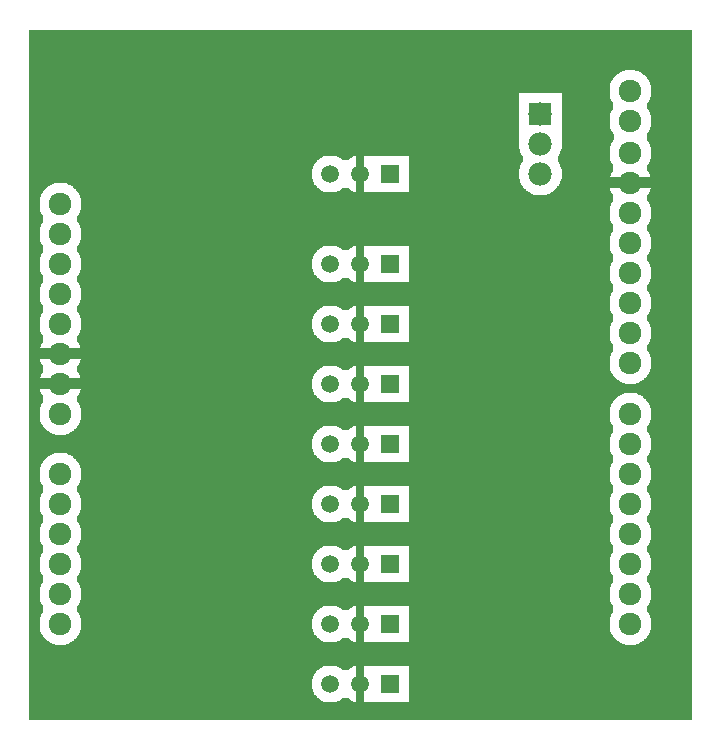
<source format=gtl>
G04 MADE WITH FRITZING*
G04 WWW.FRITZING.ORG*
G04 DOUBLE SIDED*
G04 HOLES PLATED*
G04 CONTOUR ON CENTER OF CONTOUR VECTOR*
%ASAXBY*%
%FSLAX23Y23*%
%MOIN*%
%OFA0B0*%
%SFA1.0B1.0*%
%ADD10C,0.075000*%
%ADD11C,0.075833*%
%ADD12C,0.059000*%
%ADD13C,0.078000*%
%ADD14R,0.059000X0.059000*%
%ADD15R,0.078000X0.078000*%
%LNCOPPER1*%
G90*
G70*
G54D10*
X127Y2262D03*
G54D11*
X2049Y2140D03*
X2049Y2040D03*
X2049Y1933D03*
X2049Y1833D03*
X2049Y1733D03*
X2049Y1633D03*
X2049Y1533D03*
X2049Y1433D03*
X2049Y1333D03*
X2049Y1233D03*
X2049Y1063D03*
X2049Y963D03*
X2049Y863D03*
X2049Y763D03*
X2049Y663D03*
X2049Y563D03*
X2049Y463D03*
X2049Y363D03*
X149Y1763D03*
X149Y1663D03*
X149Y1563D03*
X149Y1463D03*
X149Y1363D03*
X149Y1263D03*
X149Y1163D03*
X149Y1063D03*
X149Y863D03*
X149Y763D03*
X149Y663D03*
X149Y563D03*
X149Y463D03*
X149Y363D03*
G54D12*
X1249Y163D03*
X1149Y163D03*
X1049Y163D03*
X1249Y363D03*
X1149Y363D03*
X1049Y363D03*
X1249Y563D03*
X1149Y563D03*
X1049Y563D03*
X1249Y763D03*
X1149Y763D03*
X1049Y763D03*
X1249Y963D03*
X1149Y963D03*
X1049Y963D03*
X1249Y1163D03*
X1149Y1163D03*
X1049Y1163D03*
X1249Y1863D03*
X1149Y1863D03*
X1049Y1863D03*
X1249Y1363D03*
X1149Y1363D03*
X1049Y1363D03*
X1249Y1563D03*
X1149Y1563D03*
X1049Y1563D03*
G54D13*
X1749Y2063D03*
X1749Y1963D03*
X1749Y1863D03*
G54D14*
X1249Y163D03*
X1249Y363D03*
X1249Y563D03*
X1249Y763D03*
X1249Y963D03*
X1249Y1163D03*
X1249Y1863D03*
X1249Y1363D03*
X1249Y1563D03*
G54D15*
X1749Y2063D03*
G36*
X44Y2344D02*
X44Y2210D01*
X2066Y2210D01*
X2066Y2208D01*
X2072Y2208D01*
X2072Y2206D01*
X2078Y2206D01*
X2078Y2204D01*
X2082Y2204D01*
X2082Y2202D01*
X2084Y2202D01*
X2084Y2200D01*
X2088Y2200D01*
X2088Y2198D01*
X2090Y2198D01*
X2090Y2196D01*
X2092Y2196D01*
X2092Y2194D01*
X2096Y2194D01*
X2096Y2192D01*
X2098Y2192D01*
X2098Y2190D01*
X2100Y2190D01*
X2100Y2188D01*
X2102Y2188D01*
X2102Y2186D01*
X2104Y2186D01*
X2104Y2182D01*
X2106Y2182D01*
X2106Y2180D01*
X2108Y2180D01*
X2108Y2178D01*
X2110Y2178D01*
X2110Y2174D01*
X2112Y2174D01*
X2112Y2170D01*
X2114Y2170D01*
X2114Y2166D01*
X2116Y2166D01*
X2116Y2160D01*
X2118Y2160D01*
X2118Y2120D01*
X2116Y2120D01*
X2116Y2114D01*
X2114Y2114D01*
X2114Y2110D01*
X2112Y2110D01*
X2112Y2106D01*
X2110Y2106D01*
X2110Y2104D01*
X2108Y2104D01*
X2108Y2100D01*
X2106Y2100D01*
X2106Y2080D01*
X2108Y2080D01*
X2108Y2078D01*
X2110Y2078D01*
X2110Y2074D01*
X2112Y2074D01*
X2112Y2070D01*
X2114Y2070D01*
X2114Y2066D01*
X2116Y2066D01*
X2116Y2060D01*
X2118Y2060D01*
X2118Y2020D01*
X2116Y2020D01*
X2116Y2014D01*
X2114Y2014D01*
X2114Y2010D01*
X2112Y2010D01*
X2112Y2006D01*
X2110Y2006D01*
X2110Y2004D01*
X2108Y2004D01*
X2108Y2000D01*
X2106Y2000D01*
X2106Y1998D01*
X2104Y1998D01*
X2104Y1976D01*
X2106Y1976D01*
X2106Y1974D01*
X2108Y1974D01*
X2108Y1970D01*
X2110Y1970D01*
X2110Y1966D01*
X2112Y1966D01*
X2112Y1964D01*
X2114Y1964D01*
X2114Y1958D01*
X2116Y1958D01*
X2116Y1954D01*
X2118Y1954D01*
X2118Y1914D01*
X2116Y1914D01*
X2116Y1908D01*
X2114Y1908D01*
X2114Y1904D01*
X2112Y1904D01*
X2112Y1900D01*
X2110Y1900D01*
X2110Y1896D01*
X2108Y1896D01*
X2108Y1894D01*
X2106Y1894D01*
X2106Y1874D01*
X2108Y1874D01*
X2108Y1870D01*
X2110Y1870D01*
X2110Y1866D01*
X2112Y1866D01*
X2112Y1864D01*
X2114Y1864D01*
X2114Y1858D01*
X2116Y1858D01*
X2116Y1854D01*
X2118Y1854D01*
X2118Y1814D01*
X2116Y1814D01*
X2116Y1808D01*
X2114Y1808D01*
X2114Y1804D01*
X2112Y1804D01*
X2112Y1800D01*
X2110Y1800D01*
X2110Y1796D01*
X2108Y1796D01*
X2108Y1794D01*
X2106Y1794D01*
X2106Y1774D01*
X2108Y1774D01*
X2108Y1770D01*
X2110Y1770D01*
X2110Y1766D01*
X2112Y1766D01*
X2112Y1764D01*
X2114Y1764D01*
X2114Y1758D01*
X2116Y1758D01*
X2116Y1754D01*
X2118Y1754D01*
X2118Y1714D01*
X2116Y1714D01*
X2116Y1708D01*
X2114Y1708D01*
X2114Y1704D01*
X2112Y1704D01*
X2112Y1700D01*
X2110Y1700D01*
X2110Y1696D01*
X2108Y1696D01*
X2108Y1694D01*
X2106Y1694D01*
X2106Y1674D01*
X2108Y1674D01*
X2108Y1670D01*
X2110Y1670D01*
X2110Y1666D01*
X2112Y1666D01*
X2112Y1664D01*
X2114Y1664D01*
X2114Y1658D01*
X2116Y1658D01*
X2116Y1654D01*
X2118Y1654D01*
X2118Y1614D01*
X2116Y1614D01*
X2116Y1608D01*
X2114Y1608D01*
X2114Y1604D01*
X2112Y1604D01*
X2112Y1600D01*
X2110Y1600D01*
X2110Y1596D01*
X2108Y1596D01*
X2108Y1594D01*
X2106Y1594D01*
X2106Y1574D01*
X2108Y1574D01*
X2108Y1570D01*
X2110Y1570D01*
X2110Y1566D01*
X2112Y1566D01*
X2112Y1564D01*
X2114Y1564D01*
X2114Y1558D01*
X2116Y1558D01*
X2116Y1554D01*
X2118Y1554D01*
X2118Y1514D01*
X2116Y1514D01*
X2116Y1508D01*
X2114Y1508D01*
X2114Y1504D01*
X2112Y1504D01*
X2112Y1500D01*
X2110Y1500D01*
X2110Y1496D01*
X2108Y1496D01*
X2108Y1494D01*
X2106Y1494D01*
X2106Y1474D01*
X2108Y1474D01*
X2108Y1470D01*
X2110Y1470D01*
X2110Y1466D01*
X2112Y1466D01*
X2112Y1464D01*
X2114Y1464D01*
X2114Y1458D01*
X2116Y1458D01*
X2116Y1454D01*
X2118Y1454D01*
X2118Y1414D01*
X2116Y1414D01*
X2116Y1408D01*
X2114Y1408D01*
X2114Y1404D01*
X2112Y1404D01*
X2112Y1400D01*
X2110Y1400D01*
X2110Y1396D01*
X2108Y1396D01*
X2108Y1394D01*
X2106Y1394D01*
X2106Y1374D01*
X2108Y1374D01*
X2108Y1370D01*
X2110Y1370D01*
X2110Y1366D01*
X2112Y1366D01*
X2112Y1364D01*
X2114Y1364D01*
X2114Y1358D01*
X2116Y1358D01*
X2116Y1354D01*
X2118Y1354D01*
X2118Y1314D01*
X2116Y1314D01*
X2116Y1308D01*
X2114Y1308D01*
X2114Y1304D01*
X2112Y1304D01*
X2112Y1300D01*
X2110Y1300D01*
X2110Y1296D01*
X2108Y1296D01*
X2108Y1294D01*
X2106Y1294D01*
X2106Y1274D01*
X2108Y1274D01*
X2108Y1270D01*
X2110Y1270D01*
X2110Y1266D01*
X2112Y1266D01*
X2112Y1264D01*
X2114Y1264D01*
X2114Y1258D01*
X2116Y1258D01*
X2116Y1254D01*
X2118Y1254D01*
X2118Y1214D01*
X2116Y1214D01*
X2116Y1208D01*
X2114Y1208D01*
X2114Y1204D01*
X2112Y1204D01*
X2112Y1200D01*
X2110Y1200D01*
X2110Y1196D01*
X2108Y1196D01*
X2108Y1194D01*
X2106Y1194D01*
X2106Y1190D01*
X2104Y1190D01*
X2104Y1188D01*
X2102Y1188D01*
X2102Y1186D01*
X2100Y1186D01*
X2100Y1184D01*
X2098Y1184D01*
X2098Y1182D01*
X2096Y1182D01*
X2096Y1180D01*
X2094Y1180D01*
X2094Y1178D01*
X2092Y1178D01*
X2092Y1176D01*
X2088Y1176D01*
X2088Y1174D01*
X2086Y1174D01*
X2086Y1172D01*
X2082Y1172D01*
X2082Y1170D01*
X2078Y1170D01*
X2078Y1168D01*
X2074Y1168D01*
X2074Y1166D01*
X2068Y1166D01*
X2068Y1164D01*
X2254Y1164D01*
X2254Y2344D01*
X44Y2344D01*
G37*
D02*
G36*
X44Y2210D02*
X44Y2134D01*
X1820Y2134D01*
X1820Y1946D01*
X1818Y1946D01*
X1818Y1940D01*
X1816Y1940D01*
X1816Y1934D01*
X1814Y1934D01*
X1814Y1930D01*
X1812Y1930D01*
X1812Y1928D01*
X1810Y1928D01*
X1810Y1924D01*
X1808Y1924D01*
X1808Y1902D01*
X1810Y1902D01*
X1810Y1900D01*
X1812Y1900D01*
X1812Y1896D01*
X1814Y1896D01*
X1814Y1892D01*
X1816Y1892D01*
X1816Y1886D01*
X1818Y1886D01*
X1818Y1880D01*
X1820Y1880D01*
X1820Y1846D01*
X1818Y1846D01*
X1818Y1840D01*
X1816Y1840D01*
X1816Y1834D01*
X1814Y1834D01*
X1814Y1830D01*
X1812Y1830D01*
X1812Y1828D01*
X1810Y1828D01*
X1810Y1824D01*
X1808Y1824D01*
X1808Y1822D01*
X1806Y1822D01*
X1806Y1818D01*
X1804Y1818D01*
X1804Y1816D01*
X1802Y1816D01*
X1802Y1814D01*
X1800Y1814D01*
X1800Y1812D01*
X1798Y1812D01*
X1798Y1810D01*
X1796Y1810D01*
X1796Y1808D01*
X1794Y1808D01*
X1794Y1806D01*
X1790Y1806D01*
X1790Y1804D01*
X1788Y1804D01*
X1788Y1802D01*
X1784Y1802D01*
X1784Y1800D01*
X1782Y1800D01*
X1782Y1798D01*
X1776Y1798D01*
X1776Y1796D01*
X1772Y1796D01*
X1772Y1794D01*
X1764Y1794D01*
X1764Y1792D01*
X1992Y1792D01*
X1992Y1794D01*
X1990Y1794D01*
X1990Y1796D01*
X1988Y1796D01*
X1988Y1800D01*
X1986Y1800D01*
X1986Y1804D01*
X1984Y1804D01*
X1984Y1808D01*
X1982Y1808D01*
X1982Y1814D01*
X1980Y1814D01*
X1980Y1854D01*
X1982Y1854D01*
X1982Y1858D01*
X1984Y1858D01*
X1984Y1864D01*
X1986Y1864D01*
X1986Y1866D01*
X1988Y1866D01*
X1988Y1870D01*
X1990Y1870D01*
X1990Y1874D01*
X1992Y1874D01*
X1992Y1894D01*
X1990Y1894D01*
X1990Y1896D01*
X1988Y1896D01*
X1988Y1900D01*
X1986Y1900D01*
X1986Y1904D01*
X1984Y1904D01*
X1984Y1908D01*
X1982Y1908D01*
X1982Y1914D01*
X1980Y1914D01*
X1980Y1954D01*
X1982Y1954D01*
X1982Y1958D01*
X1984Y1958D01*
X1984Y1964D01*
X1986Y1964D01*
X1986Y1966D01*
X1988Y1966D01*
X1988Y1970D01*
X1990Y1970D01*
X1990Y1974D01*
X1992Y1974D01*
X1992Y1976D01*
X1994Y1976D01*
X1994Y1998D01*
X1992Y1998D01*
X1992Y2000D01*
X1990Y2000D01*
X1990Y2004D01*
X1988Y2004D01*
X1988Y2006D01*
X1986Y2006D01*
X1986Y2010D01*
X1984Y2010D01*
X1984Y2014D01*
X1982Y2014D01*
X1982Y2020D01*
X1980Y2020D01*
X1980Y2060D01*
X1982Y2060D01*
X1982Y2066D01*
X1984Y2066D01*
X1984Y2070D01*
X1986Y2070D01*
X1986Y2074D01*
X1988Y2074D01*
X1988Y2078D01*
X1990Y2078D01*
X1990Y2080D01*
X1992Y2080D01*
X1992Y2100D01*
X1990Y2100D01*
X1990Y2104D01*
X1988Y2104D01*
X1988Y2106D01*
X1986Y2106D01*
X1986Y2110D01*
X1984Y2110D01*
X1984Y2114D01*
X1982Y2114D01*
X1982Y2120D01*
X1980Y2120D01*
X1980Y2160D01*
X1982Y2160D01*
X1982Y2166D01*
X1984Y2166D01*
X1984Y2170D01*
X1986Y2170D01*
X1986Y2174D01*
X1988Y2174D01*
X1988Y2178D01*
X1990Y2178D01*
X1990Y2180D01*
X1992Y2180D01*
X1992Y2182D01*
X1994Y2182D01*
X1994Y2186D01*
X1996Y2186D01*
X1996Y2188D01*
X1998Y2188D01*
X1998Y2190D01*
X2000Y2190D01*
X2000Y2192D01*
X2002Y2192D01*
X2002Y2194D01*
X2006Y2194D01*
X2006Y2196D01*
X2008Y2196D01*
X2008Y2198D01*
X2010Y2198D01*
X2010Y2200D01*
X2014Y2200D01*
X2014Y2202D01*
X2016Y2202D01*
X2016Y2204D01*
X2020Y2204D01*
X2020Y2206D01*
X2026Y2206D01*
X2026Y2208D01*
X2032Y2208D01*
X2032Y2210D01*
X44Y2210D01*
G37*
D02*
G36*
X44Y2134D02*
X44Y1924D01*
X1310Y1924D01*
X1310Y1802D01*
X1710Y1802D01*
X1710Y1804D01*
X1708Y1804D01*
X1708Y1806D01*
X1704Y1806D01*
X1704Y1808D01*
X1702Y1808D01*
X1702Y1810D01*
X1700Y1810D01*
X1700Y1812D01*
X1698Y1812D01*
X1698Y1814D01*
X1696Y1814D01*
X1696Y1816D01*
X1694Y1816D01*
X1694Y1818D01*
X1692Y1818D01*
X1692Y1822D01*
X1690Y1822D01*
X1690Y1824D01*
X1688Y1824D01*
X1688Y1828D01*
X1686Y1828D01*
X1686Y1830D01*
X1684Y1830D01*
X1684Y1834D01*
X1682Y1834D01*
X1682Y1840D01*
X1680Y1840D01*
X1680Y1846D01*
X1678Y1846D01*
X1678Y1880D01*
X1680Y1880D01*
X1680Y1886D01*
X1682Y1886D01*
X1682Y1892D01*
X1684Y1892D01*
X1684Y1896D01*
X1686Y1896D01*
X1686Y1900D01*
X1688Y1900D01*
X1688Y1902D01*
X1690Y1902D01*
X1690Y1924D01*
X1688Y1924D01*
X1688Y1928D01*
X1686Y1928D01*
X1686Y1930D01*
X1684Y1930D01*
X1684Y1934D01*
X1682Y1934D01*
X1682Y1940D01*
X1680Y1940D01*
X1680Y1946D01*
X1678Y1946D01*
X1678Y2134D01*
X44Y2134D01*
G37*
D02*
G36*
X44Y1924D02*
X44Y1834D01*
X158Y1834D01*
X158Y1832D01*
X170Y1832D01*
X170Y1830D01*
X176Y1830D01*
X176Y1828D01*
X180Y1828D01*
X180Y1826D01*
X184Y1826D01*
X184Y1824D01*
X186Y1824D01*
X186Y1822D01*
X190Y1822D01*
X190Y1820D01*
X192Y1820D01*
X192Y1818D01*
X194Y1818D01*
X194Y1816D01*
X196Y1816D01*
X196Y1814D01*
X198Y1814D01*
X198Y1812D01*
X200Y1812D01*
X200Y1810D01*
X202Y1810D01*
X202Y1808D01*
X204Y1808D01*
X204Y1806D01*
X206Y1806D01*
X206Y1804D01*
X208Y1804D01*
X208Y1802D01*
X1032Y1802D01*
X1032Y1804D01*
X1026Y1804D01*
X1026Y1806D01*
X1022Y1806D01*
X1022Y1808D01*
X1018Y1808D01*
X1018Y1810D01*
X1014Y1810D01*
X1014Y1812D01*
X1012Y1812D01*
X1012Y1814D01*
X1010Y1814D01*
X1010Y1816D01*
X1008Y1816D01*
X1008Y1818D01*
X1006Y1818D01*
X1006Y1820D01*
X1004Y1820D01*
X1004Y1822D01*
X1002Y1822D01*
X1002Y1824D01*
X1000Y1824D01*
X1000Y1826D01*
X998Y1826D01*
X998Y1828D01*
X996Y1828D01*
X996Y1832D01*
X994Y1832D01*
X994Y1836D01*
X992Y1836D01*
X992Y1840D01*
X990Y1840D01*
X990Y1846D01*
X988Y1846D01*
X988Y1880D01*
X990Y1880D01*
X990Y1886D01*
X992Y1886D01*
X992Y1890D01*
X994Y1890D01*
X994Y1894D01*
X996Y1894D01*
X996Y1898D01*
X998Y1898D01*
X998Y1900D01*
X1000Y1900D01*
X1000Y1902D01*
X1002Y1902D01*
X1002Y1904D01*
X1004Y1904D01*
X1004Y1908D01*
X1006Y1908D01*
X1006Y1910D01*
X1010Y1910D01*
X1010Y1912D01*
X1012Y1912D01*
X1012Y1914D01*
X1014Y1914D01*
X1014Y1916D01*
X1018Y1916D01*
X1018Y1918D01*
X1020Y1918D01*
X1020Y1920D01*
X1026Y1920D01*
X1026Y1922D01*
X1030Y1922D01*
X1030Y1924D01*
X44Y1924D01*
G37*
D02*
G36*
X1068Y1924D02*
X1068Y1922D01*
X1072Y1922D01*
X1072Y1920D01*
X1078Y1920D01*
X1078Y1918D01*
X1080Y1918D01*
X1080Y1916D01*
X1084Y1916D01*
X1084Y1914D01*
X1086Y1914D01*
X1086Y1912D01*
X1088Y1912D01*
X1088Y1910D01*
X1110Y1910D01*
X1110Y1912D01*
X1112Y1912D01*
X1112Y1914D01*
X1114Y1914D01*
X1114Y1916D01*
X1118Y1916D01*
X1118Y1918D01*
X1120Y1918D01*
X1120Y1920D01*
X1126Y1920D01*
X1126Y1922D01*
X1130Y1922D01*
X1130Y1924D01*
X1068Y1924D01*
G37*
D02*
G36*
X1168Y1924D02*
X1168Y1922D01*
X1188Y1922D01*
X1188Y1924D01*
X1168Y1924D01*
G37*
D02*
G36*
X44Y1834D02*
X44Y994D01*
X130Y994D01*
X130Y996D01*
X124Y996D01*
X124Y998D01*
X120Y998D01*
X120Y1000D01*
X116Y1000D01*
X116Y1002D01*
X112Y1002D01*
X112Y1004D01*
X110Y1004D01*
X110Y1006D01*
X106Y1006D01*
X106Y1008D01*
X104Y1008D01*
X104Y1010D01*
X102Y1010D01*
X102Y1012D01*
X100Y1012D01*
X100Y1014D01*
X98Y1014D01*
X98Y1016D01*
X96Y1016D01*
X96Y1018D01*
X94Y1018D01*
X94Y1020D01*
X92Y1020D01*
X92Y1024D01*
X90Y1024D01*
X90Y1026D01*
X88Y1026D01*
X88Y1030D01*
X86Y1030D01*
X86Y1034D01*
X84Y1034D01*
X84Y1038D01*
X82Y1038D01*
X82Y1044D01*
X80Y1044D01*
X80Y1084D01*
X82Y1084D01*
X82Y1088D01*
X84Y1088D01*
X84Y1094D01*
X86Y1094D01*
X86Y1096D01*
X88Y1096D01*
X88Y1100D01*
X90Y1100D01*
X90Y1104D01*
X92Y1104D01*
X92Y1124D01*
X90Y1124D01*
X90Y1126D01*
X88Y1126D01*
X88Y1130D01*
X86Y1130D01*
X86Y1134D01*
X84Y1134D01*
X84Y1138D01*
X82Y1138D01*
X82Y1144D01*
X80Y1144D01*
X80Y1184D01*
X82Y1184D01*
X82Y1188D01*
X84Y1188D01*
X84Y1194D01*
X86Y1194D01*
X86Y1196D01*
X88Y1196D01*
X88Y1200D01*
X90Y1200D01*
X90Y1204D01*
X92Y1204D01*
X92Y1224D01*
X90Y1224D01*
X90Y1226D01*
X88Y1226D01*
X88Y1230D01*
X86Y1230D01*
X86Y1234D01*
X84Y1234D01*
X84Y1238D01*
X82Y1238D01*
X82Y1244D01*
X80Y1244D01*
X80Y1284D01*
X82Y1284D01*
X82Y1288D01*
X84Y1288D01*
X84Y1294D01*
X86Y1294D01*
X86Y1296D01*
X88Y1296D01*
X88Y1300D01*
X90Y1300D01*
X90Y1304D01*
X92Y1304D01*
X92Y1324D01*
X90Y1324D01*
X90Y1326D01*
X88Y1326D01*
X88Y1330D01*
X86Y1330D01*
X86Y1334D01*
X84Y1334D01*
X84Y1338D01*
X82Y1338D01*
X82Y1344D01*
X80Y1344D01*
X80Y1384D01*
X82Y1384D01*
X82Y1388D01*
X84Y1388D01*
X84Y1394D01*
X86Y1394D01*
X86Y1396D01*
X88Y1396D01*
X88Y1400D01*
X90Y1400D01*
X90Y1404D01*
X92Y1404D01*
X92Y1424D01*
X90Y1424D01*
X90Y1426D01*
X88Y1426D01*
X88Y1430D01*
X86Y1430D01*
X86Y1434D01*
X84Y1434D01*
X84Y1438D01*
X82Y1438D01*
X82Y1444D01*
X80Y1444D01*
X80Y1484D01*
X82Y1484D01*
X82Y1488D01*
X84Y1488D01*
X84Y1494D01*
X86Y1494D01*
X86Y1496D01*
X88Y1496D01*
X88Y1500D01*
X90Y1500D01*
X90Y1504D01*
X92Y1504D01*
X92Y1524D01*
X90Y1524D01*
X90Y1526D01*
X88Y1526D01*
X88Y1530D01*
X86Y1530D01*
X86Y1534D01*
X84Y1534D01*
X84Y1538D01*
X82Y1538D01*
X82Y1544D01*
X80Y1544D01*
X80Y1584D01*
X82Y1584D01*
X82Y1588D01*
X84Y1588D01*
X84Y1594D01*
X86Y1594D01*
X86Y1596D01*
X88Y1596D01*
X88Y1600D01*
X90Y1600D01*
X90Y1604D01*
X92Y1604D01*
X92Y1624D01*
X90Y1624D01*
X90Y1626D01*
X88Y1626D01*
X88Y1630D01*
X86Y1630D01*
X86Y1634D01*
X84Y1634D01*
X84Y1638D01*
X82Y1638D01*
X82Y1644D01*
X80Y1644D01*
X80Y1684D01*
X82Y1684D01*
X82Y1688D01*
X84Y1688D01*
X84Y1694D01*
X86Y1694D01*
X86Y1696D01*
X88Y1696D01*
X88Y1700D01*
X90Y1700D01*
X90Y1704D01*
X92Y1704D01*
X92Y1724D01*
X90Y1724D01*
X90Y1726D01*
X88Y1726D01*
X88Y1730D01*
X86Y1730D01*
X86Y1734D01*
X84Y1734D01*
X84Y1738D01*
X82Y1738D01*
X82Y1744D01*
X80Y1744D01*
X80Y1784D01*
X82Y1784D01*
X82Y1788D01*
X84Y1788D01*
X84Y1794D01*
X86Y1794D01*
X86Y1796D01*
X88Y1796D01*
X88Y1800D01*
X90Y1800D01*
X90Y1804D01*
X92Y1804D01*
X92Y1806D01*
X94Y1806D01*
X94Y1808D01*
X96Y1808D01*
X96Y1810D01*
X98Y1810D01*
X98Y1812D01*
X100Y1812D01*
X100Y1814D01*
X102Y1814D01*
X102Y1816D01*
X104Y1816D01*
X104Y1818D01*
X106Y1818D01*
X106Y1820D01*
X108Y1820D01*
X108Y1822D01*
X112Y1822D01*
X112Y1824D01*
X114Y1824D01*
X114Y1826D01*
X118Y1826D01*
X118Y1828D01*
X122Y1828D01*
X122Y1830D01*
X128Y1830D01*
X128Y1832D01*
X140Y1832D01*
X140Y1834D01*
X44Y1834D01*
G37*
D02*
G36*
X1088Y1816D02*
X1088Y1814D01*
X1086Y1814D01*
X1086Y1812D01*
X1084Y1812D01*
X1084Y1810D01*
X1080Y1810D01*
X1080Y1808D01*
X1076Y1808D01*
X1076Y1806D01*
X1072Y1806D01*
X1072Y1804D01*
X1066Y1804D01*
X1066Y1802D01*
X1132Y1802D01*
X1132Y1804D01*
X1126Y1804D01*
X1126Y1806D01*
X1122Y1806D01*
X1122Y1808D01*
X1118Y1808D01*
X1118Y1810D01*
X1114Y1810D01*
X1114Y1812D01*
X1112Y1812D01*
X1112Y1814D01*
X1110Y1814D01*
X1110Y1816D01*
X1088Y1816D01*
G37*
D02*
G36*
X1166Y1804D02*
X1166Y1802D01*
X1188Y1802D01*
X1188Y1804D01*
X1166Y1804D01*
G37*
D02*
G36*
X208Y1802D02*
X208Y1800D01*
X1714Y1800D01*
X1714Y1802D01*
X208Y1802D01*
G37*
D02*
G36*
X208Y1802D02*
X208Y1800D01*
X1714Y1800D01*
X1714Y1802D01*
X208Y1802D01*
G37*
D02*
G36*
X208Y1802D02*
X208Y1800D01*
X1714Y1800D01*
X1714Y1802D01*
X208Y1802D01*
G37*
D02*
G36*
X208Y1802D02*
X208Y1800D01*
X1714Y1800D01*
X1714Y1802D01*
X208Y1802D01*
G37*
D02*
G36*
X210Y1800D02*
X210Y1796D01*
X212Y1796D01*
X212Y1794D01*
X214Y1794D01*
X214Y1792D01*
X1734Y1792D01*
X1734Y1794D01*
X1726Y1794D01*
X1726Y1796D01*
X1722Y1796D01*
X1722Y1798D01*
X1718Y1798D01*
X1718Y1800D01*
X210Y1800D01*
G37*
D02*
G36*
X214Y1792D02*
X214Y1790D01*
X1992Y1790D01*
X1992Y1792D01*
X214Y1792D01*
G37*
D02*
G36*
X214Y1792D02*
X214Y1790D01*
X1992Y1790D01*
X1992Y1792D01*
X214Y1792D01*
G37*
D02*
G36*
X214Y1790D02*
X214Y1788D01*
X216Y1788D01*
X216Y1784D01*
X218Y1784D01*
X218Y1744D01*
X216Y1744D01*
X216Y1738D01*
X214Y1738D01*
X214Y1734D01*
X212Y1734D01*
X212Y1730D01*
X210Y1730D01*
X210Y1726D01*
X208Y1726D01*
X208Y1724D01*
X206Y1724D01*
X206Y1704D01*
X208Y1704D01*
X208Y1700D01*
X210Y1700D01*
X210Y1696D01*
X212Y1696D01*
X212Y1694D01*
X214Y1694D01*
X214Y1688D01*
X216Y1688D01*
X216Y1684D01*
X218Y1684D01*
X218Y1644D01*
X216Y1644D01*
X216Y1638D01*
X214Y1638D01*
X214Y1634D01*
X212Y1634D01*
X212Y1630D01*
X210Y1630D01*
X210Y1626D01*
X208Y1626D01*
X208Y1624D01*
X1310Y1624D01*
X1310Y1502D01*
X1986Y1502D01*
X1986Y1504D01*
X1984Y1504D01*
X1984Y1508D01*
X1982Y1508D01*
X1982Y1514D01*
X1980Y1514D01*
X1980Y1554D01*
X1982Y1554D01*
X1982Y1558D01*
X1984Y1558D01*
X1984Y1564D01*
X1986Y1564D01*
X1986Y1566D01*
X1988Y1566D01*
X1988Y1570D01*
X1990Y1570D01*
X1990Y1574D01*
X1992Y1574D01*
X1992Y1594D01*
X1990Y1594D01*
X1990Y1596D01*
X1988Y1596D01*
X1988Y1600D01*
X1986Y1600D01*
X1986Y1604D01*
X1984Y1604D01*
X1984Y1608D01*
X1982Y1608D01*
X1982Y1614D01*
X1980Y1614D01*
X1980Y1654D01*
X1982Y1654D01*
X1982Y1658D01*
X1984Y1658D01*
X1984Y1664D01*
X1986Y1664D01*
X1986Y1666D01*
X1988Y1666D01*
X1988Y1670D01*
X1990Y1670D01*
X1990Y1674D01*
X1992Y1674D01*
X1992Y1694D01*
X1990Y1694D01*
X1990Y1696D01*
X1988Y1696D01*
X1988Y1700D01*
X1986Y1700D01*
X1986Y1704D01*
X1984Y1704D01*
X1984Y1708D01*
X1982Y1708D01*
X1982Y1714D01*
X1980Y1714D01*
X1980Y1754D01*
X1982Y1754D01*
X1982Y1758D01*
X1984Y1758D01*
X1984Y1764D01*
X1986Y1764D01*
X1986Y1766D01*
X1988Y1766D01*
X1988Y1770D01*
X1990Y1770D01*
X1990Y1774D01*
X1992Y1774D01*
X1992Y1790D01*
X214Y1790D01*
G37*
D02*
G36*
X206Y1624D02*
X206Y1604D01*
X208Y1604D01*
X208Y1600D01*
X210Y1600D01*
X210Y1596D01*
X212Y1596D01*
X212Y1594D01*
X214Y1594D01*
X214Y1588D01*
X216Y1588D01*
X216Y1584D01*
X218Y1584D01*
X218Y1544D01*
X216Y1544D01*
X216Y1538D01*
X214Y1538D01*
X214Y1534D01*
X212Y1534D01*
X212Y1530D01*
X210Y1530D01*
X210Y1526D01*
X208Y1526D01*
X208Y1524D01*
X206Y1524D01*
X206Y1504D01*
X208Y1504D01*
X208Y1502D01*
X1032Y1502D01*
X1032Y1504D01*
X1026Y1504D01*
X1026Y1506D01*
X1022Y1506D01*
X1022Y1508D01*
X1018Y1508D01*
X1018Y1510D01*
X1014Y1510D01*
X1014Y1512D01*
X1012Y1512D01*
X1012Y1514D01*
X1010Y1514D01*
X1010Y1516D01*
X1008Y1516D01*
X1008Y1518D01*
X1006Y1518D01*
X1006Y1520D01*
X1004Y1520D01*
X1004Y1522D01*
X1002Y1522D01*
X1002Y1524D01*
X1000Y1524D01*
X1000Y1526D01*
X998Y1526D01*
X998Y1528D01*
X996Y1528D01*
X996Y1532D01*
X994Y1532D01*
X994Y1536D01*
X992Y1536D01*
X992Y1540D01*
X990Y1540D01*
X990Y1546D01*
X988Y1546D01*
X988Y1580D01*
X990Y1580D01*
X990Y1586D01*
X992Y1586D01*
X992Y1590D01*
X994Y1590D01*
X994Y1594D01*
X996Y1594D01*
X996Y1598D01*
X998Y1598D01*
X998Y1600D01*
X1000Y1600D01*
X1000Y1602D01*
X1002Y1602D01*
X1002Y1604D01*
X1004Y1604D01*
X1004Y1608D01*
X1006Y1608D01*
X1006Y1610D01*
X1010Y1610D01*
X1010Y1612D01*
X1012Y1612D01*
X1012Y1614D01*
X1014Y1614D01*
X1014Y1616D01*
X1018Y1616D01*
X1018Y1618D01*
X1020Y1618D01*
X1020Y1620D01*
X1026Y1620D01*
X1026Y1622D01*
X1030Y1622D01*
X1030Y1624D01*
X206Y1624D01*
G37*
D02*
G36*
X1068Y1624D02*
X1068Y1622D01*
X1072Y1622D01*
X1072Y1620D01*
X1078Y1620D01*
X1078Y1618D01*
X1080Y1618D01*
X1080Y1616D01*
X1084Y1616D01*
X1084Y1614D01*
X1086Y1614D01*
X1086Y1612D01*
X1088Y1612D01*
X1088Y1610D01*
X1110Y1610D01*
X1110Y1612D01*
X1112Y1612D01*
X1112Y1614D01*
X1114Y1614D01*
X1114Y1616D01*
X1118Y1616D01*
X1118Y1618D01*
X1120Y1618D01*
X1120Y1620D01*
X1126Y1620D01*
X1126Y1622D01*
X1130Y1622D01*
X1130Y1624D01*
X1068Y1624D01*
G37*
D02*
G36*
X1168Y1624D02*
X1168Y1622D01*
X1188Y1622D01*
X1188Y1624D01*
X1168Y1624D01*
G37*
D02*
G36*
X1088Y1516D02*
X1088Y1514D01*
X1086Y1514D01*
X1086Y1512D01*
X1084Y1512D01*
X1084Y1510D01*
X1080Y1510D01*
X1080Y1508D01*
X1076Y1508D01*
X1076Y1506D01*
X1072Y1506D01*
X1072Y1504D01*
X1066Y1504D01*
X1066Y1502D01*
X1132Y1502D01*
X1132Y1504D01*
X1126Y1504D01*
X1126Y1506D01*
X1122Y1506D01*
X1122Y1508D01*
X1118Y1508D01*
X1118Y1510D01*
X1114Y1510D01*
X1114Y1512D01*
X1112Y1512D01*
X1112Y1514D01*
X1110Y1514D01*
X1110Y1516D01*
X1088Y1516D01*
G37*
D02*
G36*
X1166Y1504D02*
X1166Y1502D01*
X1188Y1502D01*
X1188Y1504D01*
X1166Y1504D01*
G37*
D02*
G36*
X208Y1502D02*
X208Y1500D01*
X1986Y1500D01*
X1986Y1502D01*
X208Y1502D01*
G37*
D02*
G36*
X208Y1502D02*
X208Y1500D01*
X1986Y1500D01*
X1986Y1502D01*
X208Y1502D01*
G37*
D02*
G36*
X208Y1502D02*
X208Y1500D01*
X1986Y1500D01*
X1986Y1502D01*
X208Y1502D01*
G37*
D02*
G36*
X208Y1502D02*
X208Y1500D01*
X1986Y1500D01*
X1986Y1502D01*
X208Y1502D01*
G37*
D02*
G36*
X210Y1500D02*
X210Y1496D01*
X212Y1496D01*
X212Y1494D01*
X214Y1494D01*
X214Y1488D01*
X216Y1488D01*
X216Y1484D01*
X218Y1484D01*
X218Y1444D01*
X216Y1444D01*
X216Y1438D01*
X214Y1438D01*
X214Y1434D01*
X212Y1434D01*
X212Y1430D01*
X210Y1430D01*
X210Y1426D01*
X208Y1426D01*
X208Y1424D01*
X1310Y1424D01*
X1310Y1302D01*
X1986Y1302D01*
X1986Y1304D01*
X1984Y1304D01*
X1984Y1308D01*
X1982Y1308D01*
X1982Y1314D01*
X1980Y1314D01*
X1980Y1354D01*
X1982Y1354D01*
X1982Y1358D01*
X1984Y1358D01*
X1984Y1364D01*
X1986Y1364D01*
X1986Y1366D01*
X1988Y1366D01*
X1988Y1370D01*
X1990Y1370D01*
X1990Y1374D01*
X1992Y1374D01*
X1992Y1394D01*
X1990Y1394D01*
X1990Y1396D01*
X1988Y1396D01*
X1988Y1400D01*
X1986Y1400D01*
X1986Y1404D01*
X1984Y1404D01*
X1984Y1408D01*
X1982Y1408D01*
X1982Y1414D01*
X1980Y1414D01*
X1980Y1454D01*
X1982Y1454D01*
X1982Y1458D01*
X1984Y1458D01*
X1984Y1464D01*
X1986Y1464D01*
X1986Y1466D01*
X1988Y1466D01*
X1988Y1470D01*
X1990Y1470D01*
X1990Y1474D01*
X1992Y1474D01*
X1992Y1494D01*
X1990Y1494D01*
X1990Y1496D01*
X1988Y1496D01*
X1988Y1500D01*
X210Y1500D01*
G37*
D02*
G36*
X206Y1424D02*
X206Y1404D01*
X208Y1404D01*
X208Y1400D01*
X210Y1400D01*
X210Y1396D01*
X212Y1396D01*
X212Y1394D01*
X214Y1394D01*
X214Y1388D01*
X216Y1388D01*
X216Y1384D01*
X218Y1384D01*
X218Y1344D01*
X216Y1344D01*
X216Y1338D01*
X214Y1338D01*
X214Y1334D01*
X212Y1334D01*
X212Y1330D01*
X210Y1330D01*
X210Y1326D01*
X208Y1326D01*
X208Y1324D01*
X206Y1324D01*
X206Y1304D01*
X208Y1304D01*
X208Y1302D01*
X1032Y1302D01*
X1032Y1304D01*
X1026Y1304D01*
X1026Y1306D01*
X1022Y1306D01*
X1022Y1308D01*
X1018Y1308D01*
X1018Y1310D01*
X1014Y1310D01*
X1014Y1312D01*
X1012Y1312D01*
X1012Y1314D01*
X1010Y1314D01*
X1010Y1316D01*
X1008Y1316D01*
X1008Y1318D01*
X1006Y1318D01*
X1006Y1320D01*
X1004Y1320D01*
X1004Y1322D01*
X1002Y1322D01*
X1002Y1324D01*
X1000Y1324D01*
X1000Y1326D01*
X998Y1326D01*
X998Y1328D01*
X996Y1328D01*
X996Y1332D01*
X994Y1332D01*
X994Y1336D01*
X992Y1336D01*
X992Y1340D01*
X990Y1340D01*
X990Y1346D01*
X988Y1346D01*
X988Y1380D01*
X990Y1380D01*
X990Y1386D01*
X992Y1386D01*
X992Y1390D01*
X994Y1390D01*
X994Y1394D01*
X996Y1394D01*
X996Y1398D01*
X998Y1398D01*
X998Y1400D01*
X1000Y1400D01*
X1000Y1402D01*
X1002Y1402D01*
X1002Y1404D01*
X1004Y1404D01*
X1004Y1408D01*
X1006Y1408D01*
X1006Y1410D01*
X1010Y1410D01*
X1010Y1412D01*
X1012Y1412D01*
X1012Y1414D01*
X1014Y1414D01*
X1014Y1416D01*
X1018Y1416D01*
X1018Y1418D01*
X1020Y1418D01*
X1020Y1420D01*
X1026Y1420D01*
X1026Y1422D01*
X1030Y1422D01*
X1030Y1424D01*
X206Y1424D01*
G37*
D02*
G36*
X1068Y1424D02*
X1068Y1422D01*
X1072Y1422D01*
X1072Y1420D01*
X1078Y1420D01*
X1078Y1418D01*
X1080Y1418D01*
X1080Y1416D01*
X1084Y1416D01*
X1084Y1414D01*
X1086Y1414D01*
X1086Y1412D01*
X1088Y1412D01*
X1088Y1410D01*
X1110Y1410D01*
X1110Y1412D01*
X1112Y1412D01*
X1112Y1414D01*
X1114Y1414D01*
X1114Y1416D01*
X1118Y1416D01*
X1118Y1418D01*
X1120Y1418D01*
X1120Y1420D01*
X1126Y1420D01*
X1126Y1422D01*
X1130Y1422D01*
X1130Y1424D01*
X1068Y1424D01*
G37*
D02*
G36*
X1168Y1424D02*
X1168Y1422D01*
X1188Y1422D01*
X1188Y1424D01*
X1168Y1424D01*
G37*
D02*
G36*
X1088Y1316D02*
X1088Y1314D01*
X1086Y1314D01*
X1086Y1312D01*
X1084Y1312D01*
X1084Y1310D01*
X1080Y1310D01*
X1080Y1308D01*
X1076Y1308D01*
X1076Y1306D01*
X1072Y1306D01*
X1072Y1304D01*
X1066Y1304D01*
X1066Y1302D01*
X1132Y1302D01*
X1132Y1304D01*
X1126Y1304D01*
X1126Y1306D01*
X1122Y1306D01*
X1122Y1308D01*
X1118Y1308D01*
X1118Y1310D01*
X1114Y1310D01*
X1114Y1312D01*
X1112Y1312D01*
X1112Y1314D01*
X1110Y1314D01*
X1110Y1316D01*
X1088Y1316D01*
G37*
D02*
G36*
X1166Y1304D02*
X1166Y1302D01*
X1188Y1302D01*
X1188Y1304D01*
X1166Y1304D01*
G37*
D02*
G36*
X208Y1302D02*
X208Y1300D01*
X1986Y1300D01*
X1986Y1302D01*
X208Y1302D01*
G37*
D02*
G36*
X208Y1302D02*
X208Y1300D01*
X1986Y1300D01*
X1986Y1302D01*
X208Y1302D01*
G37*
D02*
G36*
X208Y1302D02*
X208Y1300D01*
X1986Y1300D01*
X1986Y1302D01*
X208Y1302D01*
G37*
D02*
G36*
X208Y1302D02*
X208Y1300D01*
X1986Y1300D01*
X1986Y1302D01*
X208Y1302D01*
G37*
D02*
G36*
X210Y1300D02*
X210Y1296D01*
X212Y1296D01*
X212Y1294D01*
X214Y1294D01*
X214Y1288D01*
X216Y1288D01*
X216Y1284D01*
X218Y1284D01*
X218Y1244D01*
X216Y1244D01*
X216Y1238D01*
X214Y1238D01*
X214Y1234D01*
X212Y1234D01*
X212Y1230D01*
X210Y1230D01*
X210Y1226D01*
X208Y1226D01*
X208Y1224D01*
X1310Y1224D01*
X1310Y1164D01*
X2030Y1164D01*
X2030Y1166D01*
X2024Y1166D01*
X2024Y1168D01*
X2020Y1168D01*
X2020Y1170D01*
X2016Y1170D01*
X2016Y1172D01*
X2012Y1172D01*
X2012Y1174D01*
X2010Y1174D01*
X2010Y1176D01*
X2006Y1176D01*
X2006Y1178D01*
X2004Y1178D01*
X2004Y1180D01*
X2002Y1180D01*
X2002Y1182D01*
X2000Y1182D01*
X2000Y1184D01*
X1998Y1184D01*
X1998Y1186D01*
X1996Y1186D01*
X1996Y1188D01*
X1994Y1188D01*
X1994Y1190D01*
X1992Y1190D01*
X1992Y1194D01*
X1990Y1194D01*
X1990Y1196D01*
X1988Y1196D01*
X1988Y1200D01*
X1986Y1200D01*
X1986Y1204D01*
X1984Y1204D01*
X1984Y1208D01*
X1982Y1208D01*
X1982Y1214D01*
X1980Y1214D01*
X1980Y1254D01*
X1982Y1254D01*
X1982Y1258D01*
X1984Y1258D01*
X1984Y1264D01*
X1986Y1264D01*
X1986Y1266D01*
X1988Y1266D01*
X1988Y1270D01*
X1990Y1270D01*
X1990Y1274D01*
X1992Y1274D01*
X1992Y1294D01*
X1990Y1294D01*
X1990Y1296D01*
X1988Y1296D01*
X1988Y1300D01*
X210Y1300D01*
G37*
D02*
G36*
X206Y1224D02*
X206Y1204D01*
X208Y1204D01*
X208Y1200D01*
X210Y1200D01*
X210Y1196D01*
X212Y1196D01*
X212Y1194D01*
X214Y1194D01*
X214Y1188D01*
X216Y1188D01*
X216Y1184D01*
X218Y1184D01*
X218Y1144D01*
X216Y1144D01*
X216Y1138D01*
X214Y1138D01*
X214Y1134D01*
X212Y1134D01*
X212Y1130D01*
X210Y1130D01*
X210Y1126D01*
X208Y1126D01*
X208Y1124D01*
X206Y1124D01*
X206Y1104D01*
X208Y1104D01*
X208Y1102D01*
X1032Y1102D01*
X1032Y1104D01*
X1026Y1104D01*
X1026Y1106D01*
X1022Y1106D01*
X1022Y1108D01*
X1018Y1108D01*
X1018Y1110D01*
X1014Y1110D01*
X1014Y1112D01*
X1012Y1112D01*
X1012Y1114D01*
X1010Y1114D01*
X1010Y1116D01*
X1008Y1116D01*
X1008Y1118D01*
X1006Y1118D01*
X1006Y1120D01*
X1004Y1120D01*
X1004Y1122D01*
X1002Y1122D01*
X1002Y1124D01*
X1000Y1124D01*
X1000Y1126D01*
X998Y1126D01*
X998Y1128D01*
X996Y1128D01*
X996Y1132D01*
X994Y1132D01*
X994Y1136D01*
X992Y1136D01*
X992Y1140D01*
X990Y1140D01*
X990Y1146D01*
X988Y1146D01*
X988Y1180D01*
X990Y1180D01*
X990Y1186D01*
X992Y1186D01*
X992Y1190D01*
X994Y1190D01*
X994Y1194D01*
X996Y1194D01*
X996Y1198D01*
X998Y1198D01*
X998Y1200D01*
X1000Y1200D01*
X1000Y1202D01*
X1002Y1202D01*
X1002Y1204D01*
X1004Y1204D01*
X1004Y1208D01*
X1006Y1208D01*
X1006Y1210D01*
X1010Y1210D01*
X1010Y1212D01*
X1012Y1212D01*
X1012Y1214D01*
X1014Y1214D01*
X1014Y1216D01*
X1018Y1216D01*
X1018Y1218D01*
X1020Y1218D01*
X1020Y1220D01*
X1026Y1220D01*
X1026Y1222D01*
X1030Y1222D01*
X1030Y1224D01*
X206Y1224D01*
G37*
D02*
G36*
X1068Y1224D02*
X1068Y1222D01*
X1072Y1222D01*
X1072Y1220D01*
X1078Y1220D01*
X1078Y1218D01*
X1080Y1218D01*
X1080Y1216D01*
X1084Y1216D01*
X1084Y1214D01*
X1086Y1214D01*
X1086Y1212D01*
X1088Y1212D01*
X1088Y1210D01*
X1110Y1210D01*
X1110Y1212D01*
X1112Y1212D01*
X1112Y1214D01*
X1114Y1214D01*
X1114Y1216D01*
X1118Y1216D01*
X1118Y1218D01*
X1120Y1218D01*
X1120Y1220D01*
X1126Y1220D01*
X1126Y1222D01*
X1130Y1222D01*
X1130Y1224D01*
X1068Y1224D01*
G37*
D02*
G36*
X1168Y1224D02*
X1168Y1222D01*
X1188Y1222D01*
X1188Y1224D01*
X1168Y1224D01*
G37*
D02*
G36*
X1310Y1164D02*
X1310Y1162D01*
X2254Y1162D01*
X2254Y1164D01*
X1310Y1164D01*
G37*
D02*
G36*
X1310Y1164D02*
X1310Y1162D01*
X2254Y1162D01*
X2254Y1164D01*
X1310Y1164D01*
G37*
D02*
G36*
X1310Y1162D02*
X1310Y1134D01*
X2058Y1134D01*
X2058Y1132D01*
X2070Y1132D01*
X2070Y1130D01*
X2076Y1130D01*
X2076Y1128D01*
X2080Y1128D01*
X2080Y1126D01*
X2084Y1126D01*
X2084Y1124D01*
X2086Y1124D01*
X2086Y1122D01*
X2090Y1122D01*
X2090Y1120D01*
X2092Y1120D01*
X2092Y1118D01*
X2094Y1118D01*
X2094Y1116D01*
X2096Y1116D01*
X2096Y1114D01*
X2098Y1114D01*
X2098Y1112D01*
X2100Y1112D01*
X2100Y1110D01*
X2102Y1110D01*
X2102Y1108D01*
X2104Y1108D01*
X2104Y1106D01*
X2106Y1106D01*
X2106Y1104D01*
X2108Y1104D01*
X2108Y1100D01*
X2110Y1100D01*
X2110Y1096D01*
X2112Y1096D01*
X2112Y1094D01*
X2114Y1094D01*
X2114Y1088D01*
X2116Y1088D01*
X2116Y1084D01*
X2118Y1084D01*
X2118Y1044D01*
X2116Y1044D01*
X2116Y1038D01*
X2114Y1038D01*
X2114Y1034D01*
X2112Y1034D01*
X2112Y1030D01*
X2110Y1030D01*
X2110Y1026D01*
X2108Y1026D01*
X2108Y1024D01*
X2106Y1024D01*
X2106Y1004D01*
X2108Y1004D01*
X2108Y1000D01*
X2110Y1000D01*
X2110Y996D01*
X2112Y996D01*
X2112Y994D01*
X2114Y994D01*
X2114Y988D01*
X2116Y988D01*
X2116Y984D01*
X2118Y984D01*
X2118Y944D01*
X2116Y944D01*
X2116Y938D01*
X2114Y938D01*
X2114Y934D01*
X2112Y934D01*
X2112Y930D01*
X2110Y930D01*
X2110Y926D01*
X2108Y926D01*
X2108Y924D01*
X2106Y924D01*
X2106Y904D01*
X2108Y904D01*
X2108Y900D01*
X2110Y900D01*
X2110Y896D01*
X2112Y896D01*
X2112Y894D01*
X2114Y894D01*
X2114Y888D01*
X2116Y888D01*
X2116Y884D01*
X2118Y884D01*
X2118Y844D01*
X2116Y844D01*
X2116Y838D01*
X2114Y838D01*
X2114Y834D01*
X2112Y834D01*
X2112Y830D01*
X2110Y830D01*
X2110Y826D01*
X2108Y826D01*
X2108Y824D01*
X2106Y824D01*
X2106Y804D01*
X2108Y804D01*
X2108Y800D01*
X2110Y800D01*
X2110Y796D01*
X2112Y796D01*
X2112Y794D01*
X2114Y794D01*
X2114Y788D01*
X2116Y788D01*
X2116Y784D01*
X2118Y784D01*
X2118Y744D01*
X2116Y744D01*
X2116Y738D01*
X2114Y738D01*
X2114Y734D01*
X2112Y734D01*
X2112Y730D01*
X2110Y730D01*
X2110Y726D01*
X2108Y726D01*
X2108Y724D01*
X2106Y724D01*
X2106Y704D01*
X2108Y704D01*
X2108Y700D01*
X2110Y700D01*
X2110Y696D01*
X2112Y696D01*
X2112Y694D01*
X2114Y694D01*
X2114Y688D01*
X2116Y688D01*
X2116Y684D01*
X2118Y684D01*
X2118Y644D01*
X2116Y644D01*
X2116Y638D01*
X2114Y638D01*
X2114Y634D01*
X2112Y634D01*
X2112Y630D01*
X2110Y630D01*
X2110Y626D01*
X2108Y626D01*
X2108Y624D01*
X2106Y624D01*
X2106Y604D01*
X2108Y604D01*
X2108Y600D01*
X2110Y600D01*
X2110Y596D01*
X2112Y596D01*
X2112Y594D01*
X2114Y594D01*
X2114Y588D01*
X2116Y588D01*
X2116Y584D01*
X2118Y584D01*
X2118Y544D01*
X2116Y544D01*
X2116Y538D01*
X2114Y538D01*
X2114Y534D01*
X2112Y534D01*
X2112Y530D01*
X2110Y530D01*
X2110Y526D01*
X2108Y526D01*
X2108Y524D01*
X2106Y524D01*
X2106Y504D01*
X2108Y504D01*
X2108Y500D01*
X2110Y500D01*
X2110Y496D01*
X2112Y496D01*
X2112Y494D01*
X2114Y494D01*
X2114Y488D01*
X2116Y488D01*
X2116Y484D01*
X2118Y484D01*
X2118Y444D01*
X2116Y444D01*
X2116Y438D01*
X2114Y438D01*
X2114Y434D01*
X2112Y434D01*
X2112Y430D01*
X2110Y430D01*
X2110Y426D01*
X2108Y426D01*
X2108Y424D01*
X2106Y424D01*
X2106Y404D01*
X2108Y404D01*
X2108Y400D01*
X2110Y400D01*
X2110Y396D01*
X2112Y396D01*
X2112Y394D01*
X2114Y394D01*
X2114Y388D01*
X2116Y388D01*
X2116Y384D01*
X2118Y384D01*
X2118Y344D01*
X2116Y344D01*
X2116Y338D01*
X2114Y338D01*
X2114Y334D01*
X2112Y334D01*
X2112Y330D01*
X2110Y330D01*
X2110Y326D01*
X2108Y326D01*
X2108Y324D01*
X2106Y324D01*
X2106Y320D01*
X2104Y320D01*
X2104Y318D01*
X2102Y318D01*
X2102Y316D01*
X2100Y316D01*
X2100Y314D01*
X2098Y314D01*
X2098Y312D01*
X2096Y312D01*
X2096Y310D01*
X2094Y310D01*
X2094Y308D01*
X2092Y308D01*
X2092Y306D01*
X2088Y306D01*
X2088Y304D01*
X2086Y304D01*
X2086Y302D01*
X2082Y302D01*
X2082Y300D01*
X2078Y300D01*
X2078Y298D01*
X2074Y298D01*
X2074Y296D01*
X2068Y296D01*
X2068Y294D01*
X2254Y294D01*
X2254Y1162D01*
X1310Y1162D01*
G37*
D02*
G36*
X1310Y1134D02*
X1310Y1102D01*
X1990Y1102D01*
X1990Y1104D01*
X1992Y1104D01*
X1992Y1106D01*
X1994Y1106D01*
X1994Y1108D01*
X1996Y1108D01*
X1996Y1110D01*
X1998Y1110D01*
X1998Y1112D01*
X2000Y1112D01*
X2000Y1114D01*
X2002Y1114D01*
X2002Y1116D01*
X2004Y1116D01*
X2004Y1118D01*
X2006Y1118D01*
X2006Y1120D01*
X2008Y1120D01*
X2008Y1122D01*
X2012Y1122D01*
X2012Y1124D01*
X2014Y1124D01*
X2014Y1126D01*
X2018Y1126D01*
X2018Y1128D01*
X2022Y1128D01*
X2022Y1130D01*
X2028Y1130D01*
X2028Y1132D01*
X2040Y1132D01*
X2040Y1134D01*
X1310Y1134D01*
G37*
D02*
G36*
X1088Y1116D02*
X1088Y1114D01*
X1086Y1114D01*
X1086Y1112D01*
X1084Y1112D01*
X1084Y1110D01*
X1080Y1110D01*
X1080Y1108D01*
X1076Y1108D01*
X1076Y1106D01*
X1072Y1106D01*
X1072Y1104D01*
X1066Y1104D01*
X1066Y1102D01*
X1132Y1102D01*
X1132Y1104D01*
X1126Y1104D01*
X1126Y1106D01*
X1122Y1106D01*
X1122Y1108D01*
X1118Y1108D01*
X1118Y1110D01*
X1114Y1110D01*
X1114Y1112D01*
X1112Y1112D01*
X1112Y1114D01*
X1110Y1114D01*
X1110Y1116D01*
X1088Y1116D01*
G37*
D02*
G36*
X1166Y1104D02*
X1166Y1102D01*
X1188Y1102D01*
X1188Y1104D01*
X1166Y1104D01*
G37*
D02*
G36*
X208Y1102D02*
X208Y1100D01*
X1990Y1100D01*
X1990Y1102D01*
X208Y1102D01*
G37*
D02*
G36*
X208Y1102D02*
X208Y1100D01*
X1990Y1100D01*
X1990Y1102D01*
X208Y1102D01*
G37*
D02*
G36*
X208Y1102D02*
X208Y1100D01*
X1990Y1100D01*
X1990Y1102D01*
X208Y1102D01*
G37*
D02*
G36*
X208Y1102D02*
X208Y1100D01*
X1990Y1100D01*
X1990Y1102D01*
X208Y1102D01*
G37*
D02*
G36*
X210Y1100D02*
X210Y1096D01*
X212Y1096D01*
X212Y1094D01*
X214Y1094D01*
X214Y1088D01*
X216Y1088D01*
X216Y1084D01*
X218Y1084D01*
X218Y1044D01*
X216Y1044D01*
X216Y1038D01*
X214Y1038D01*
X214Y1034D01*
X212Y1034D01*
X212Y1030D01*
X210Y1030D01*
X210Y1026D01*
X208Y1026D01*
X208Y1024D01*
X1310Y1024D01*
X1310Y902D01*
X1990Y902D01*
X1990Y904D01*
X1992Y904D01*
X1992Y924D01*
X1990Y924D01*
X1990Y926D01*
X1988Y926D01*
X1988Y930D01*
X1986Y930D01*
X1986Y934D01*
X1984Y934D01*
X1984Y938D01*
X1982Y938D01*
X1982Y944D01*
X1980Y944D01*
X1980Y984D01*
X1982Y984D01*
X1982Y988D01*
X1984Y988D01*
X1984Y994D01*
X1986Y994D01*
X1986Y996D01*
X1988Y996D01*
X1988Y1000D01*
X1990Y1000D01*
X1990Y1004D01*
X1992Y1004D01*
X1992Y1024D01*
X1990Y1024D01*
X1990Y1026D01*
X1988Y1026D01*
X1988Y1030D01*
X1986Y1030D01*
X1986Y1034D01*
X1984Y1034D01*
X1984Y1038D01*
X1982Y1038D01*
X1982Y1044D01*
X1980Y1044D01*
X1980Y1084D01*
X1982Y1084D01*
X1982Y1088D01*
X1984Y1088D01*
X1984Y1094D01*
X1986Y1094D01*
X1986Y1096D01*
X1988Y1096D01*
X1988Y1100D01*
X210Y1100D01*
G37*
D02*
G36*
X206Y1024D02*
X206Y1020D01*
X204Y1020D01*
X204Y1018D01*
X202Y1018D01*
X202Y1016D01*
X200Y1016D01*
X200Y1014D01*
X198Y1014D01*
X198Y1012D01*
X196Y1012D01*
X196Y1010D01*
X194Y1010D01*
X194Y1008D01*
X192Y1008D01*
X192Y1006D01*
X188Y1006D01*
X188Y1004D01*
X186Y1004D01*
X186Y1002D01*
X182Y1002D01*
X182Y1000D01*
X178Y1000D01*
X178Y998D01*
X174Y998D01*
X174Y996D01*
X168Y996D01*
X168Y994D01*
X996Y994D01*
X996Y998D01*
X998Y998D01*
X998Y1000D01*
X1000Y1000D01*
X1000Y1002D01*
X1002Y1002D01*
X1002Y1004D01*
X1004Y1004D01*
X1004Y1008D01*
X1006Y1008D01*
X1006Y1010D01*
X1010Y1010D01*
X1010Y1012D01*
X1012Y1012D01*
X1012Y1014D01*
X1014Y1014D01*
X1014Y1016D01*
X1018Y1016D01*
X1018Y1018D01*
X1020Y1018D01*
X1020Y1020D01*
X1026Y1020D01*
X1026Y1022D01*
X1030Y1022D01*
X1030Y1024D01*
X206Y1024D01*
G37*
D02*
G36*
X1068Y1024D02*
X1068Y1022D01*
X1072Y1022D01*
X1072Y1020D01*
X1078Y1020D01*
X1078Y1018D01*
X1080Y1018D01*
X1080Y1016D01*
X1084Y1016D01*
X1084Y1014D01*
X1086Y1014D01*
X1086Y1012D01*
X1088Y1012D01*
X1088Y1010D01*
X1110Y1010D01*
X1110Y1012D01*
X1112Y1012D01*
X1112Y1014D01*
X1114Y1014D01*
X1114Y1016D01*
X1118Y1016D01*
X1118Y1018D01*
X1120Y1018D01*
X1120Y1020D01*
X1126Y1020D01*
X1126Y1022D01*
X1130Y1022D01*
X1130Y1024D01*
X1068Y1024D01*
G37*
D02*
G36*
X1168Y1024D02*
X1168Y1022D01*
X1188Y1022D01*
X1188Y1024D01*
X1168Y1024D01*
G37*
D02*
G36*
X44Y994D02*
X44Y992D01*
X994Y992D01*
X994Y994D01*
X44Y994D01*
G37*
D02*
G36*
X44Y994D02*
X44Y992D01*
X994Y992D01*
X994Y994D01*
X44Y994D01*
G37*
D02*
G36*
X44Y992D02*
X44Y934D01*
X158Y934D01*
X158Y932D01*
X170Y932D01*
X170Y930D01*
X176Y930D01*
X176Y928D01*
X180Y928D01*
X180Y926D01*
X184Y926D01*
X184Y924D01*
X186Y924D01*
X186Y922D01*
X190Y922D01*
X190Y920D01*
X192Y920D01*
X192Y918D01*
X194Y918D01*
X194Y916D01*
X196Y916D01*
X196Y914D01*
X198Y914D01*
X198Y912D01*
X200Y912D01*
X200Y910D01*
X202Y910D01*
X202Y908D01*
X204Y908D01*
X204Y906D01*
X206Y906D01*
X206Y904D01*
X208Y904D01*
X208Y902D01*
X1032Y902D01*
X1032Y904D01*
X1026Y904D01*
X1026Y906D01*
X1022Y906D01*
X1022Y908D01*
X1018Y908D01*
X1018Y910D01*
X1014Y910D01*
X1014Y912D01*
X1012Y912D01*
X1012Y914D01*
X1010Y914D01*
X1010Y916D01*
X1008Y916D01*
X1008Y918D01*
X1006Y918D01*
X1006Y920D01*
X1004Y920D01*
X1004Y922D01*
X1002Y922D01*
X1002Y924D01*
X1000Y924D01*
X1000Y926D01*
X998Y926D01*
X998Y928D01*
X996Y928D01*
X996Y932D01*
X994Y932D01*
X994Y936D01*
X992Y936D01*
X992Y940D01*
X990Y940D01*
X990Y946D01*
X988Y946D01*
X988Y980D01*
X990Y980D01*
X990Y986D01*
X992Y986D01*
X992Y990D01*
X994Y990D01*
X994Y992D01*
X44Y992D01*
G37*
D02*
G36*
X44Y934D02*
X44Y294D01*
X130Y294D01*
X130Y296D01*
X124Y296D01*
X124Y298D01*
X120Y298D01*
X120Y300D01*
X116Y300D01*
X116Y302D01*
X112Y302D01*
X112Y304D01*
X110Y304D01*
X110Y306D01*
X106Y306D01*
X106Y308D01*
X104Y308D01*
X104Y310D01*
X102Y310D01*
X102Y312D01*
X100Y312D01*
X100Y314D01*
X98Y314D01*
X98Y316D01*
X96Y316D01*
X96Y318D01*
X94Y318D01*
X94Y320D01*
X92Y320D01*
X92Y324D01*
X90Y324D01*
X90Y326D01*
X88Y326D01*
X88Y330D01*
X86Y330D01*
X86Y334D01*
X84Y334D01*
X84Y338D01*
X82Y338D01*
X82Y344D01*
X80Y344D01*
X80Y384D01*
X82Y384D01*
X82Y388D01*
X84Y388D01*
X84Y394D01*
X86Y394D01*
X86Y396D01*
X88Y396D01*
X88Y400D01*
X90Y400D01*
X90Y404D01*
X92Y404D01*
X92Y424D01*
X90Y424D01*
X90Y426D01*
X88Y426D01*
X88Y430D01*
X86Y430D01*
X86Y434D01*
X84Y434D01*
X84Y438D01*
X82Y438D01*
X82Y444D01*
X80Y444D01*
X80Y484D01*
X82Y484D01*
X82Y488D01*
X84Y488D01*
X84Y494D01*
X86Y494D01*
X86Y496D01*
X88Y496D01*
X88Y500D01*
X90Y500D01*
X90Y504D01*
X92Y504D01*
X92Y524D01*
X90Y524D01*
X90Y526D01*
X88Y526D01*
X88Y530D01*
X86Y530D01*
X86Y534D01*
X84Y534D01*
X84Y538D01*
X82Y538D01*
X82Y544D01*
X80Y544D01*
X80Y584D01*
X82Y584D01*
X82Y588D01*
X84Y588D01*
X84Y594D01*
X86Y594D01*
X86Y596D01*
X88Y596D01*
X88Y600D01*
X90Y600D01*
X90Y604D01*
X92Y604D01*
X92Y624D01*
X90Y624D01*
X90Y626D01*
X88Y626D01*
X88Y630D01*
X86Y630D01*
X86Y634D01*
X84Y634D01*
X84Y638D01*
X82Y638D01*
X82Y644D01*
X80Y644D01*
X80Y684D01*
X82Y684D01*
X82Y688D01*
X84Y688D01*
X84Y694D01*
X86Y694D01*
X86Y696D01*
X88Y696D01*
X88Y700D01*
X90Y700D01*
X90Y704D01*
X92Y704D01*
X92Y724D01*
X90Y724D01*
X90Y726D01*
X88Y726D01*
X88Y730D01*
X86Y730D01*
X86Y734D01*
X84Y734D01*
X84Y738D01*
X82Y738D01*
X82Y744D01*
X80Y744D01*
X80Y784D01*
X82Y784D01*
X82Y788D01*
X84Y788D01*
X84Y794D01*
X86Y794D01*
X86Y796D01*
X88Y796D01*
X88Y800D01*
X90Y800D01*
X90Y804D01*
X92Y804D01*
X92Y824D01*
X90Y824D01*
X90Y826D01*
X88Y826D01*
X88Y830D01*
X86Y830D01*
X86Y834D01*
X84Y834D01*
X84Y838D01*
X82Y838D01*
X82Y844D01*
X80Y844D01*
X80Y884D01*
X82Y884D01*
X82Y888D01*
X84Y888D01*
X84Y894D01*
X86Y894D01*
X86Y896D01*
X88Y896D01*
X88Y900D01*
X90Y900D01*
X90Y904D01*
X92Y904D01*
X92Y906D01*
X94Y906D01*
X94Y908D01*
X96Y908D01*
X96Y910D01*
X98Y910D01*
X98Y912D01*
X100Y912D01*
X100Y914D01*
X102Y914D01*
X102Y916D01*
X104Y916D01*
X104Y918D01*
X106Y918D01*
X106Y920D01*
X108Y920D01*
X108Y922D01*
X112Y922D01*
X112Y924D01*
X114Y924D01*
X114Y926D01*
X118Y926D01*
X118Y928D01*
X122Y928D01*
X122Y930D01*
X128Y930D01*
X128Y932D01*
X140Y932D01*
X140Y934D01*
X44Y934D01*
G37*
D02*
G36*
X1088Y916D02*
X1088Y914D01*
X1086Y914D01*
X1086Y912D01*
X1084Y912D01*
X1084Y910D01*
X1080Y910D01*
X1080Y908D01*
X1076Y908D01*
X1076Y906D01*
X1072Y906D01*
X1072Y904D01*
X1066Y904D01*
X1066Y902D01*
X1132Y902D01*
X1132Y904D01*
X1126Y904D01*
X1126Y906D01*
X1122Y906D01*
X1122Y908D01*
X1118Y908D01*
X1118Y910D01*
X1114Y910D01*
X1114Y912D01*
X1112Y912D01*
X1112Y914D01*
X1110Y914D01*
X1110Y916D01*
X1088Y916D01*
G37*
D02*
G36*
X1166Y904D02*
X1166Y902D01*
X1188Y902D01*
X1188Y904D01*
X1166Y904D01*
G37*
D02*
G36*
X208Y902D02*
X208Y900D01*
X1990Y900D01*
X1990Y902D01*
X208Y902D01*
G37*
D02*
G36*
X208Y902D02*
X208Y900D01*
X1990Y900D01*
X1990Y902D01*
X208Y902D01*
G37*
D02*
G36*
X208Y902D02*
X208Y900D01*
X1990Y900D01*
X1990Y902D01*
X208Y902D01*
G37*
D02*
G36*
X208Y902D02*
X208Y900D01*
X1990Y900D01*
X1990Y902D01*
X208Y902D01*
G37*
D02*
G36*
X210Y900D02*
X210Y896D01*
X212Y896D01*
X212Y894D01*
X214Y894D01*
X214Y888D01*
X216Y888D01*
X216Y884D01*
X218Y884D01*
X218Y844D01*
X216Y844D01*
X216Y838D01*
X214Y838D01*
X214Y834D01*
X212Y834D01*
X212Y830D01*
X210Y830D01*
X210Y826D01*
X208Y826D01*
X208Y824D01*
X1310Y824D01*
X1310Y702D01*
X1990Y702D01*
X1990Y704D01*
X1992Y704D01*
X1992Y724D01*
X1990Y724D01*
X1990Y726D01*
X1988Y726D01*
X1988Y730D01*
X1986Y730D01*
X1986Y734D01*
X1984Y734D01*
X1984Y738D01*
X1982Y738D01*
X1982Y744D01*
X1980Y744D01*
X1980Y784D01*
X1982Y784D01*
X1982Y788D01*
X1984Y788D01*
X1984Y794D01*
X1986Y794D01*
X1986Y796D01*
X1988Y796D01*
X1988Y800D01*
X1990Y800D01*
X1990Y804D01*
X1992Y804D01*
X1992Y824D01*
X1990Y824D01*
X1990Y826D01*
X1988Y826D01*
X1988Y830D01*
X1986Y830D01*
X1986Y834D01*
X1984Y834D01*
X1984Y838D01*
X1982Y838D01*
X1982Y844D01*
X1980Y844D01*
X1980Y884D01*
X1982Y884D01*
X1982Y888D01*
X1984Y888D01*
X1984Y894D01*
X1986Y894D01*
X1986Y896D01*
X1988Y896D01*
X1988Y900D01*
X210Y900D01*
G37*
D02*
G36*
X206Y824D02*
X206Y804D01*
X208Y804D01*
X208Y800D01*
X210Y800D01*
X210Y796D01*
X212Y796D01*
X212Y794D01*
X214Y794D01*
X214Y788D01*
X216Y788D01*
X216Y784D01*
X218Y784D01*
X218Y744D01*
X216Y744D01*
X216Y738D01*
X214Y738D01*
X214Y734D01*
X212Y734D01*
X212Y730D01*
X210Y730D01*
X210Y726D01*
X208Y726D01*
X208Y724D01*
X206Y724D01*
X206Y704D01*
X208Y704D01*
X208Y702D01*
X1032Y702D01*
X1032Y704D01*
X1026Y704D01*
X1026Y706D01*
X1022Y706D01*
X1022Y708D01*
X1018Y708D01*
X1018Y710D01*
X1014Y710D01*
X1014Y712D01*
X1012Y712D01*
X1012Y714D01*
X1010Y714D01*
X1010Y716D01*
X1008Y716D01*
X1008Y718D01*
X1006Y718D01*
X1006Y720D01*
X1004Y720D01*
X1004Y722D01*
X1002Y722D01*
X1002Y724D01*
X1000Y724D01*
X1000Y726D01*
X998Y726D01*
X998Y728D01*
X996Y728D01*
X996Y732D01*
X994Y732D01*
X994Y736D01*
X992Y736D01*
X992Y740D01*
X990Y740D01*
X990Y746D01*
X988Y746D01*
X988Y780D01*
X990Y780D01*
X990Y786D01*
X992Y786D01*
X992Y790D01*
X994Y790D01*
X994Y794D01*
X996Y794D01*
X996Y798D01*
X998Y798D01*
X998Y800D01*
X1000Y800D01*
X1000Y802D01*
X1002Y802D01*
X1002Y804D01*
X1004Y804D01*
X1004Y808D01*
X1006Y808D01*
X1006Y810D01*
X1010Y810D01*
X1010Y812D01*
X1012Y812D01*
X1012Y814D01*
X1014Y814D01*
X1014Y816D01*
X1018Y816D01*
X1018Y818D01*
X1020Y818D01*
X1020Y820D01*
X1026Y820D01*
X1026Y822D01*
X1030Y822D01*
X1030Y824D01*
X206Y824D01*
G37*
D02*
G36*
X1068Y824D02*
X1068Y822D01*
X1072Y822D01*
X1072Y820D01*
X1078Y820D01*
X1078Y818D01*
X1080Y818D01*
X1080Y816D01*
X1084Y816D01*
X1084Y814D01*
X1086Y814D01*
X1086Y812D01*
X1088Y812D01*
X1088Y810D01*
X1110Y810D01*
X1110Y812D01*
X1112Y812D01*
X1112Y814D01*
X1114Y814D01*
X1114Y816D01*
X1118Y816D01*
X1118Y818D01*
X1120Y818D01*
X1120Y820D01*
X1126Y820D01*
X1126Y822D01*
X1130Y822D01*
X1130Y824D01*
X1068Y824D01*
G37*
D02*
G36*
X1168Y824D02*
X1168Y822D01*
X1188Y822D01*
X1188Y824D01*
X1168Y824D01*
G37*
D02*
G36*
X1088Y716D02*
X1088Y714D01*
X1086Y714D01*
X1086Y712D01*
X1084Y712D01*
X1084Y710D01*
X1080Y710D01*
X1080Y708D01*
X1076Y708D01*
X1076Y706D01*
X1072Y706D01*
X1072Y704D01*
X1066Y704D01*
X1066Y702D01*
X1132Y702D01*
X1132Y704D01*
X1126Y704D01*
X1126Y706D01*
X1122Y706D01*
X1122Y708D01*
X1118Y708D01*
X1118Y710D01*
X1114Y710D01*
X1114Y712D01*
X1112Y712D01*
X1112Y714D01*
X1110Y714D01*
X1110Y716D01*
X1088Y716D01*
G37*
D02*
G36*
X1166Y704D02*
X1166Y702D01*
X1188Y702D01*
X1188Y704D01*
X1166Y704D01*
G37*
D02*
G36*
X208Y702D02*
X208Y700D01*
X1990Y700D01*
X1990Y702D01*
X208Y702D01*
G37*
D02*
G36*
X208Y702D02*
X208Y700D01*
X1990Y700D01*
X1990Y702D01*
X208Y702D01*
G37*
D02*
G36*
X208Y702D02*
X208Y700D01*
X1990Y700D01*
X1990Y702D01*
X208Y702D01*
G37*
D02*
G36*
X208Y702D02*
X208Y700D01*
X1990Y700D01*
X1990Y702D01*
X208Y702D01*
G37*
D02*
G36*
X210Y700D02*
X210Y696D01*
X212Y696D01*
X212Y694D01*
X214Y694D01*
X214Y688D01*
X216Y688D01*
X216Y684D01*
X218Y684D01*
X218Y644D01*
X216Y644D01*
X216Y638D01*
X214Y638D01*
X214Y634D01*
X212Y634D01*
X212Y630D01*
X210Y630D01*
X210Y626D01*
X208Y626D01*
X208Y624D01*
X1310Y624D01*
X1310Y502D01*
X1990Y502D01*
X1990Y504D01*
X1992Y504D01*
X1992Y524D01*
X1990Y524D01*
X1990Y526D01*
X1988Y526D01*
X1988Y530D01*
X1986Y530D01*
X1986Y534D01*
X1984Y534D01*
X1984Y538D01*
X1982Y538D01*
X1982Y544D01*
X1980Y544D01*
X1980Y584D01*
X1982Y584D01*
X1982Y588D01*
X1984Y588D01*
X1984Y594D01*
X1986Y594D01*
X1986Y596D01*
X1988Y596D01*
X1988Y600D01*
X1990Y600D01*
X1990Y604D01*
X1992Y604D01*
X1992Y624D01*
X1990Y624D01*
X1990Y626D01*
X1988Y626D01*
X1988Y630D01*
X1986Y630D01*
X1986Y634D01*
X1984Y634D01*
X1984Y638D01*
X1982Y638D01*
X1982Y644D01*
X1980Y644D01*
X1980Y684D01*
X1982Y684D01*
X1982Y688D01*
X1984Y688D01*
X1984Y694D01*
X1986Y694D01*
X1986Y696D01*
X1988Y696D01*
X1988Y700D01*
X210Y700D01*
G37*
D02*
G36*
X206Y624D02*
X206Y604D01*
X208Y604D01*
X208Y600D01*
X210Y600D01*
X210Y596D01*
X212Y596D01*
X212Y594D01*
X214Y594D01*
X214Y588D01*
X216Y588D01*
X216Y584D01*
X218Y584D01*
X218Y544D01*
X216Y544D01*
X216Y538D01*
X214Y538D01*
X214Y534D01*
X212Y534D01*
X212Y530D01*
X210Y530D01*
X210Y526D01*
X208Y526D01*
X208Y524D01*
X206Y524D01*
X206Y504D01*
X208Y504D01*
X208Y502D01*
X1032Y502D01*
X1032Y504D01*
X1026Y504D01*
X1026Y506D01*
X1022Y506D01*
X1022Y508D01*
X1018Y508D01*
X1018Y510D01*
X1014Y510D01*
X1014Y512D01*
X1012Y512D01*
X1012Y514D01*
X1010Y514D01*
X1010Y516D01*
X1008Y516D01*
X1008Y518D01*
X1006Y518D01*
X1006Y520D01*
X1004Y520D01*
X1004Y522D01*
X1002Y522D01*
X1002Y524D01*
X1000Y524D01*
X1000Y526D01*
X998Y526D01*
X998Y528D01*
X996Y528D01*
X996Y532D01*
X994Y532D01*
X994Y536D01*
X992Y536D01*
X992Y540D01*
X990Y540D01*
X990Y546D01*
X988Y546D01*
X988Y580D01*
X990Y580D01*
X990Y586D01*
X992Y586D01*
X992Y590D01*
X994Y590D01*
X994Y594D01*
X996Y594D01*
X996Y598D01*
X998Y598D01*
X998Y600D01*
X1000Y600D01*
X1000Y602D01*
X1002Y602D01*
X1002Y604D01*
X1004Y604D01*
X1004Y608D01*
X1006Y608D01*
X1006Y610D01*
X1010Y610D01*
X1010Y612D01*
X1012Y612D01*
X1012Y614D01*
X1014Y614D01*
X1014Y616D01*
X1018Y616D01*
X1018Y618D01*
X1020Y618D01*
X1020Y620D01*
X1026Y620D01*
X1026Y622D01*
X1030Y622D01*
X1030Y624D01*
X206Y624D01*
G37*
D02*
G36*
X1068Y624D02*
X1068Y622D01*
X1072Y622D01*
X1072Y620D01*
X1078Y620D01*
X1078Y618D01*
X1080Y618D01*
X1080Y616D01*
X1084Y616D01*
X1084Y614D01*
X1086Y614D01*
X1086Y612D01*
X1088Y612D01*
X1088Y610D01*
X1110Y610D01*
X1110Y612D01*
X1112Y612D01*
X1112Y614D01*
X1114Y614D01*
X1114Y616D01*
X1118Y616D01*
X1118Y618D01*
X1120Y618D01*
X1120Y620D01*
X1126Y620D01*
X1126Y622D01*
X1130Y622D01*
X1130Y624D01*
X1068Y624D01*
G37*
D02*
G36*
X1168Y624D02*
X1168Y622D01*
X1188Y622D01*
X1188Y624D01*
X1168Y624D01*
G37*
D02*
G36*
X1088Y516D02*
X1088Y514D01*
X1086Y514D01*
X1086Y512D01*
X1084Y512D01*
X1084Y510D01*
X1080Y510D01*
X1080Y508D01*
X1076Y508D01*
X1076Y506D01*
X1072Y506D01*
X1072Y504D01*
X1066Y504D01*
X1066Y502D01*
X1132Y502D01*
X1132Y504D01*
X1126Y504D01*
X1126Y506D01*
X1122Y506D01*
X1122Y508D01*
X1118Y508D01*
X1118Y510D01*
X1114Y510D01*
X1114Y512D01*
X1112Y512D01*
X1112Y514D01*
X1110Y514D01*
X1110Y516D01*
X1088Y516D01*
G37*
D02*
G36*
X1166Y504D02*
X1166Y502D01*
X1188Y502D01*
X1188Y504D01*
X1166Y504D01*
G37*
D02*
G36*
X208Y502D02*
X208Y500D01*
X1990Y500D01*
X1990Y502D01*
X208Y502D01*
G37*
D02*
G36*
X208Y502D02*
X208Y500D01*
X1990Y500D01*
X1990Y502D01*
X208Y502D01*
G37*
D02*
G36*
X208Y502D02*
X208Y500D01*
X1990Y500D01*
X1990Y502D01*
X208Y502D01*
G37*
D02*
G36*
X208Y502D02*
X208Y500D01*
X1990Y500D01*
X1990Y502D01*
X208Y502D01*
G37*
D02*
G36*
X210Y500D02*
X210Y496D01*
X212Y496D01*
X212Y494D01*
X214Y494D01*
X214Y488D01*
X216Y488D01*
X216Y484D01*
X218Y484D01*
X218Y444D01*
X216Y444D01*
X216Y438D01*
X214Y438D01*
X214Y434D01*
X212Y434D01*
X212Y430D01*
X210Y430D01*
X210Y426D01*
X208Y426D01*
X208Y424D01*
X1310Y424D01*
X1310Y302D01*
X2012Y302D01*
X2012Y304D01*
X2010Y304D01*
X2010Y306D01*
X2006Y306D01*
X2006Y308D01*
X2004Y308D01*
X2004Y310D01*
X2002Y310D01*
X2002Y312D01*
X2000Y312D01*
X2000Y314D01*
X1998Y314D01*
X1998Y316D01*
X1996Y316D01*
X1996Y318D01*
X1994Y318D01*
X1994Y320D01*
X1992Y320D01*
X1992Y324D01*
X1990Y324D01*
X1990Y326D01*
X1988Y326D01*
X1988Y330D01*
X1986Y330D01*
X1986Y334D01*
X1984Y334D01*
X1984Y338D01*
X1982Y338D01*
X1982Y344D01*
X1980Y344D01*
X1980Y384D01*
X1982Y384D01*
X1982Y388D01*
X1984Y388D01*
X1984Y394D01*
X1986Y394D01*
X1986Y396D01*
X1988Y396D01*
X1988Y400D01*
X1990Y400D01*
X1990Y404D01*
X1992Y404D01*
X1992Y424D01*
X1990Y424D01*
X1990Y426D01*
X1988Y426D01*
X1988Y430D01*
X1986Y430D01*
X1986Y434D01*
X1984Y434D01*
X1984Y438D01*
X1982Y438D01*
X1982Y444D01*
X1980Y444D01*
X1980Y484D01*
X1982Y484D01*
X1982Y488D01*
X1984Y488D01*
X1984Y494D01*
X1986Y494D01*
X1986Y496D01*
X1988Y496D01*
X1988Y500D01*
X210Y500D01*
G37*
D02*
G36*
X206Y424D02*
X206Y404D01*
X208Y404D01*
X208Y400D01*
X210Y400D01*
X210Y396D01*
X212Y396D01*
X212Y394D01*
X214Y394D01*
X214Y388D01*
X216Y388D01*
X216Y384D01*
X218Y384D01*
X218Y344D01*
X216Y344D01*
X216Y338D01*
X214Y338D01*
X214Y334D01*
X212Y334D01*
X212Y330D01*
X210Y330D01*
X210Y326D01*
X208Y326D01*
X208Y324D01*
X206Y324D01*
X206Y320D01*
X204Y320D01*
X204Y318D01*
X202Y318D01*
X202Y316D01*
X200Y316D01*
X200Y314D01*
X198Y314D01*
X198Y312D01*
X196Y312D01*
X196Y310D01*
X194Y310D01*
X194Y308D01*
X192Y308D01*
X192Y306D01*
X188Y306D01*
X188Y304D01*
X186Y304D01*
X186Y302D01*
X1032Y302D01*
X1032Y304D01*
X1026Y304D01*
X1026Y306D01*
X1022Y306D01*
X1022Y308D01*
X1018Y308D01*
X1018Y310D01*
X1014Y310D01*
X1014Y312D01*
X1012Y312D01*
X1012Y314D01*
X1010Y314D01*
X1010Y316D01*
X1008Y316D01*
X1008Y318D01*
X1006Y318D01*
X1006Y320D01*
X1004Y320D01*
X1004Y322D01*
X1002Y322D01*
X1002Y324D01*
X1000Y324D01*
X1000Y326D01*
X998Y326D01*
X998Y328D01*
X996Y328D01*
X996Y332D01*
X994Y332D01*
X994Y336D01*
X992Y336D01*
X992Y340D01*
X990Y340D01*
X990Y346D01*
X988Y346D01*
X988Y380D01*
X990Y380D01*
X990Y386D01*
X992Y386D01*
X992Y390D01*
X994Y390D01*
X994Y394D01*
X996Y394D01*
X996Y398D01*
X998Y398D01*
X998Y400D01*
X1000Y400D01*
X1000Y402D01*
X1002Y402D01*
X1002Y404D01*
X1004Y404D01*
X1004Y408D01*
X1006Y408D01*
X1006Y410D01*
X1010Y410D01*
X1010Y412D01*
X1012Y412D01*
X1012Y414D01*
X1014Y414D01*
X1014Y416D01*
X1018Y416D01*
X1018Y418D01*
X1020Y418D01*
X1020Y420D01*
X1026Y420D01*
X1026Y422D01*
X1030Y422D01*
X1030Y424D01*
X206Y424D01*
G37*
D02*
G36*
X1068Y424D02*
X1068Y422D01*
X1072Y422D01*
X1072Y420D01*
X1078Y420D01*
X1078Y418D01*
X1080Y418D01*
X1080Y416D01*
X1084Y416D01*
X1084Y414D01*
X1086Y414D01*
X1086Y412D01*
X1088Y412D01*
X1088Y410D01*
X1110Y410D01*
X1110Y412D01*
X1112Y412D01*
X1112Y414D01*
X1114Y414D01*
X1114Y416D01*
X1118Y416D01*
X1118Y418D01*
X1120Y418D01*
X1120Y420D01*
X1126Y420D01*
X1126Y422D01*
X1130Y422D01*
X1130Y424D01*
X1068Y424D01*
G37*
D02*
G36*
X1168Y424D02*
X1168Y422D01*
X1188Y422D01*
X1188Y424D01*
X1168Y424D01*
G37*
D02*
G36*
X1088Y316D02*
X1088Y314D01*
X1086Y314D01*
X1086Y312D01*
X1084Y312D01*
X1084Y310D01*
X1080Y310D01*
X1080Y308D01*
X1076Y308D01*
X1076Y306D01*
X1072Y306D01*
X1072Y304D01*
X1066Y304D01*
X1066Y302D01*
X1132Y302D01*
X1132Y304D01*
X1126Y304D01*
X1126Y306D01*
X1122Y306D01*
X1122Y308D01*
X1118Y308D01*
X1118Y310D01*
X1114Y310D01*
X1114Y312D01*
X1112Y312D01*
X1112Y314D01*
X1110Y314D01*
X1110Y316D01*
X1088Y316D01*
G37*
D02*
G36*
X1166Y304D02*
X1166Y302D01*
X1188Y302D01*
X1188Y304D01*
X1166Y304D01*
G37*
D02*
G36*
X182Y302D02*
X182Y300D01*
X2016Y300D01*
X2016Y302D01*
X182Y302D01*
G37*
D02*
G36*
X182Y302D02*
X182Y300D01*
X2016Y300D01*
X2016Y302D01*
X182Y302D01*
G37*
D02*
G36*
X182Y302D02*
X182Y300D01*
X2016Y300D01*
X2016Y302D01*
X182Y302D01*
G37*
D02*
G36*
X182Y302D02*
X182Y300D01*
X2016Y300D01*
X2016Y302D01*
X182Y302D01*
G37*
D02*
G36*
X178Y300D02*
X178Y298D01*
X174Y298D01*
X174Y296D01*
X168Y296D01*
X168Y294D01*
X2030Y294D01*
X2030Y296D01*
X2024Y296D01*
X2024Y298D01*
X2020Y298D01*
X2020Y300D01*
X178Y300D01*
G37*
D02*
G36*
X44Y294D02*
X44Y292D01*
X2254Y292D01*
X2254Y294D01*
X44Y294D01*
G37*
D02*
G36*
X44Y294D02*
X44Y292D01*
X2254Y292D01*
X2254Y294D01*
X44Y294D01*
G37*
D02*
G36*
X44Y294D02*
X44Y292D01*
X2254Y292D01*
X2254Y294D01*
X44Y294D01*
G37*
D02*
G36*
X44Y292D02*
X44Y224D01*
X1310Y224D01*
X1310Y102D01*
X2254Y102D01*
X2254Y292D01*
X44Y292D01*
G37*
D02*
G36*
X44Y224D02*
X44Y102D01*
X1032Y102D01*
X1032Y104D01*
X1026Y104D01*
X1026Y106D01*
X1022Y106D01*
X1022Y108D01*
X1018Y108D01*
X1018Y110D01*
X1014Y110D01*
X1014Y112D01*
X1012Y112D01*
X1012Y114D01*
X1010Y114D01*
X1010Y116D01*
X1008Y116D01*
X1008Y118D01*
X1006Y118D01*
X1006Y120D01*
X1004Y120D01*
X1004Y122D01*
X1002Y122D01*
X1002Y124D01*
X1000Y124D01*
X1000Y126D01*
X998Y126D01*
X998Y128D01*
X996Y128D01*
X996Y132D01*
X994Y132D01*
X994Y136D01*
X992Y136D01*
X992Y140D01*
X990Y140D01*
X990Y146D01*
X988Y146D01*
X988Y180D01*
X990Y180D01*
X990Y186D01*
X992Y186D01*
X992Y190D01*
X994Y190D01*
X994Y194D01*
X996Y194D01*
X996Y198D01*
X998Y198D01*
X998Y200D01*
X1000Y200D01*
X1000Y202D01*
X1002Y202D01*
X1002Y206D01*
X1004Y206D01*
X1004Y208D01*
X1006Y208D01*
X1006Y210D01*
X1010Y210D01*
X1010Y212D01*
X1012Y212D01*
X1012Y214D01*
X1014Y214D01*
X1014Y216D01*
X1018Y216D01*
X1018Y218D01*
X1020Y218D01*
X1020Y220D01*
X1026Y220D01*
X1026Y222D01*
X1030Y222D01*
X1030Y224D01*
X44Y224D01*
G37*
D02*
G36*
X1068Y224D02*
X1068Y222D01*
X1072Y222D01*
X1072Y220D01*
X1078Y220D01*
X1078Y218D01*
X1080Y218D01*
X1080Y216D01*
X1084Y216D01*
X1084Y214D01*
X1086Y214D01*
X1086Y212D01*
X1088Y212D01*
X1088Y210D01*
X1110Y210D01*
X1110Y212D01*
X1112Y212D01*
X1112Y214D01*
X1114Y214D01*
X1114Y216D01*
X1118Y216D01*
X1118Y218D01*
X1120Y218D01*
X1120Y220D01*
X1126Y220D01*
X1126Y222D01*
X1130Y222D01*
X1130Y224D01*
X1068Y224D01*
G37*
D02*
G36*
X1168Y224D02*
X1168Y222D01*
X1188Y222D01*
X1188Y224D01*
X1168Y224D01*
G37*
D02*
G36*
X1088Y116D02*
X1088Y114D01*
X1086Y114D01*
X1086Y112D01*
X1084Y112D01*
X1084Y110D01*
X1080Y110D01*
X1080Y108D01*
X1076Y108D01*
X1076Y106D01*
X1072Y106D01*
X1072Y104D01*
X1066Y104D01*
X1066Y102D01*
X1132Y102D01*
X1132Y104D01*
X1126Y104D01*
X1126Y106D01*
X1122Y106D01*
X1122Y108D01*
X1118Y108D01*
X1118Y110D01*
X1114Y110D01*
X1114Y112D01*
X1112Y112D01*
X1112Y114D01*
X1110Y114D01*
X1110Y116D01*
X1088Y116D01*
G37*
D02*
G36*
X1166Y104D02*
X1166Y102D01*
X1188Y102D01*
X1188Y104D01*
X1166Y104D01*
G37*
D02*
G36*
X44Y102D02*
X44Y100D01*
X2254Y100D01*
X2254Y102D01*
X44Y102D01*
G37*
D02*
G36*
X44Y102D02*
X44Y100D01*
X2254Y100D01*
X2254Y102D01*
X44Y102D01*
G37*
D02*
G36*
X44Y102D02*
X44Y100D01*
X2254Y100D01*
X2254Y102D01*
X44Y102D01*
G37*
D02*
G36*
X44Y102D02*
X44Y100D01*
X2254Y100D01*
X2254Y102D01*
X44Y102D01*
G37*
D02*
G36*
X44Y100D02*
X44Y42D01*
X2254Y42D01*
X2254Y100D01*
X44Y100D01*
G37*
D02*
G36*
X1976Y1853D02*
X2030Y1853D01*
X2030Y1816D01*
X1976Y1816D01*
X1976Y1853D01*
G37*
D02*
G36*
X2064Y1853D02*
X2118Y1853D01*
X2118Y1816D01*
X2064Y1816D01*
X2064Y1853D01*
G37*
D02*
G36*
X76Y1283D02*
X130Y1283D01*
X130Y1246D01*
X76Y1246D01*
X76Y1283D01*
G37*
D02*
G36*
X164Y1283D02*
X218Y1283D01*
X218Y1246D01*
X164Y1246D01*
X164Y1283D01*
G37*
D02*
G36*
X76Y1183D02*
X130Y1183D01*
X130Y1146D01*
X76Y1146D01*
X76Y1183D01*
G37*
D02*
G36*
X164Y1183D02*
X218Y1183D01*
X218Y1146D01*
X164Y1146D01*
X164Y1183D01*
G37*
D02*
G36*
X1133Y1928D02*
X1162Y1928D01*
X1162Y1884D01*
X1133Y1884D01*
X1133Y1928D01*
G37*
D02*
G36*
X1133Y1846D02*
X1162Y1846D01*
X1162Y1802D01*
X1133Y1802D01*
X1133Y1846D01*
G37*
D02*
G36*
X1133Y228D02*
X1162Y228D01*
X1162Y186D01*
X1133Y186D01*
X1133Y228D01*
G37*
D02*
G36*
X1133Y148D02*
X1162Y148D01*
X1162Y102D01*
X1133Y102D01*
X1133Y148D01*
G37*
D02*
G36*
X1133Y428D02*
X1162Y428D01*
X1162Y386D01*
X1133Y386D01*
X1133Y428D01*
G37*
D02*
G36*
X1133Y348D02*
X1162Y348D01*
X1162Y302D01*
X1133Y302D01*
X1133Y348D01*
G37*
D02*
G36*
X1133Y628D02*
X1162Y628D01*
X1162Y586D01*
X1133Y586D01*
X1133Y628D01*
G37*
D02*
G36*
X1133Y548D02*
X1162Y548D01*
X1162Y502D01*
X1133Y502D01*
X1133Y548D01*
G37*
D02*
G36*
X1133Y828D02*
X1162Y828D01*
X1162Y786D01*
X1133Y786D01*
X1133Y828D01*
G37*
D02*
G36*
X1133Y748D02*
X1162Y748D01*
X1162Y702D01*
X1133Y702D01*
X1133Y748D01*
G37*
D02*
G36*
X1133Y1028D02*
X1162Y1028D01*
X1162Y986D01*
X1133Y986D01*
X1133Y1028D01*
G37*
D02*
G36*
X1133Y948D02*
X1162Y948D01*
X1162Y902D01*
X1133Y902D01*
X1133Y948D01*
G37*
D02*
G36*
X1133Y1228D02*
X1162Y1228D01*
X1162Y1184D01*
X1133Y1184D01*
X1133Y1228D01*
G37*
D02*
G36*
X1133Y1146D02*
X1162Y1146D01*
X1162Y1102D01*
X1133Y1102D01*
X1133Y1146D01*
G37*
D02*
G36*
X1133Y1428D02*
X1162Y1428D01*
X1162Y1384D01*
X1133Y1384D01*
X1133Y1428D01*
G37*
D02*
G36*
X1133Y1346D02*
X1162Y1346D01*
X1162Y1302D01*
X1133Y1302D01*
X1133Y1346D01*
G37*
D02*
G36*
X1133Y1628D02*
X1162Y1628D01*
X1162Y1584D01*
X1133Y1584D01*
X1133Y1628D01*
G37*
D02*
G36*
X1133Y1546D02*
X1162Y1546D01*
X1162Y1502D01*
X1133Y1502D01*
X1133Y1546D01*
G37*
D02*
G04 End of Copper1*
M02*
</source>
